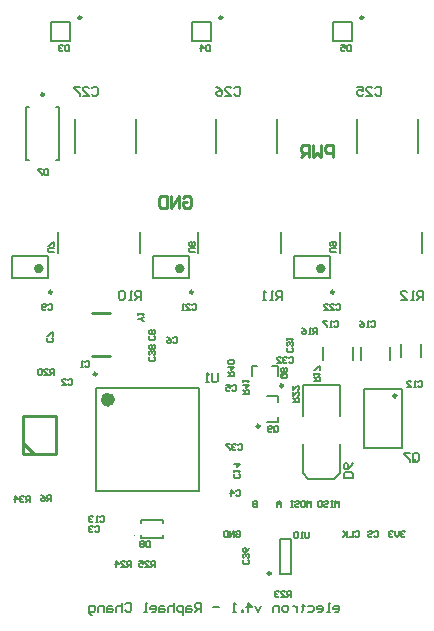
<source format=gbo>
G04 Layer_Color=32896*
%FSAX25Y25*%
%MOIN*%
G70*
G01*
G75*
%ADD40C,0.01000*%
%ADD77C,0.00984*%
%ADD78C,0.00394*%
%ADD79C,0.00787*%
%ADD80C,0.00800*%
%ADD82C,0.00500*%
%ADD136C,0.02362*%
%ADD137C,0.01575*%
D40*
X0558649Y0312750D02*
X0564749D01*
X0558649Y0298250D02*
X0564749D01*
X0535727Y0265671D02*
Y0278269D01*
X0546751Y0265671D02*
Y0278269D01*
X0535727D02*
X0546751D01*
X0535727Y0265671D02*
X0546751D01*
X0535727Y0269214D02*
Y0270002D01*
Y0269214D02*
X0539271Y0265671D01*
X0589033Y0350832D02*
X0589700Y0351499D01*
X0591033D01*
X0591699Y0350832D01*
Y0348166D01*
X0591033Y0347500D01*
X0589700D01*
X0589033Y0348166D01*
Y0349499D01*
X0590366D01*
X0587700Y0347500D02*
Y0351499D01*
X0585035Y0347500D01*
Y0351499D01*
X0583702D02*
Y0347500D01*
X0581702D01*
X0581036Y0348166D01*
Y0350832D01*
X0581702Y0351499D01*
X0583702D01*
X0639199Y0364500D02*
Y0368499D01*
X0637200D01*
X0636533Y0367832D01*
Y0366499D01*
X0637200Y0365833D01*
X0639199D01*
X0635200Y0368499D02*
Y0364500D01*
X0633868Y0365833D01*
X0632535Y0364500D01*
Y0368499D01*
X0631202Y0364500D02*
Y0368499D01*
X0629202D01*
X0628536Y0367832D01*
Y0366499D01*
X0629202Y0365833D01*
X0631202D01*
X0629869D02*
X0628536Y0364500D01*
D77*
X0618278Y0225791D02*
G03*
X0618278Y0225791I-0000492J0000000D01*
G01*
X0560270Y0292252D02*
G03*
X0560270Y0292252I-0000492J0000000D01*
G01*
X0639382Y0319535D02*
G03*
X0639382Y0319535I-0000492J0000000D01*
G01*
X0545382D02*
G03*
X0545382Y0319535I-0000492J0000000D01*
G01*
X0592382D02*
G03*
X0592382Y0319535I-0000492J0000000D01*
G01*
X0555128Y0411067D02*
G03*
X0555128Y0411067I-0000492J0000000D01*
G01*
X0602128D02*
G03*
X0602128Y0411067I-0000492J0000000D01*
G01*
X0649128D02*
G03*
X0649128Y0411067I-0000492J0000000D01*
G01*
X0542691Y0385398D02*
G03*
X0542691Y0385398I-0000492J0000000D01*
G01*
X0622380Y0288347D02*
G03*
X0622380Y0288347I-0000492J0000000D01*
G01*
X0614538Y0274890D02*
G03*
X0614538Y0274890I-0000492J0000000D01*
G01*
X0660142Y0285000D02*
G03*
X0660142Y0285000I-0000492J0000000D01*
G01*
D78*
X0572991Y0238531D02*
G03*
X0572991Y0238531I-0000197J0000000D01*
G01*
D79*
X0621231Y0225594D02*
X0625168D01*
X0621231Y0237405D02*
X0625168D01*
X0621231Y0225594D02*
Y0237405D01*
X0625168Y0225594D02*
Y0237405D01*
X0594325Y0253374D02*
Y0287626D01*
X0560073Y0253374D02*
Y0287626D01*
Y0253374D02*
X0594325D01*
X0560073Y0287626D02*
X0594325D01*
X0625898Y0324260D02*
X0638102D01*
X0625898Y0331740D02*
X0638102D01*
Y0324260D02*
Y0331740D01*
X0625898Y0324260D02*
Y0331740D01*
X0641221Y0332457D02*
Y0339543D01*
X0668780Y0332457D02*
Y0339543D01*
X0594220Y0332457D02*
Y0339543D01*
X0621779Y0332457D02*
Y0339543D01*
X0647160Y0365791D02*
Y0377209D01*
X0667239Y0365791D02*
Y0377209D01*
X0600160Y0365791D02*
Y0377209D01*
X0620238Y0365791D02*
Y0377209D01*
X0531898Y0324260D02*
X0544102D01*
X0531898Y0331740D02*
X0544102D01*
Y0324260D02*
Y0331740D01*
X0531898Y0324260D02*
Y0331740D01*
X0578898Y0324260D02*
X0591102D01*
X0578898Y0331740D02*
X0591102D01*
Y0324260D02*
Y0331740D01*
X0578898Y0324260D02*
Y0331740D01*
X0551270Y0403350D02*
Y0409650D01*
X0545128D02*
X0551270D01*
X0545128Y0403350D02*
X0551270D01*
X0545128D02*
Y0409650D01*
X0598270Y0403350D02*
Y0409650D01*
X0592128D02*
X0598270D01*
X0592128Y0403350D02*
X0598270D01*
X0592128D02*
Y0409650D01*
X0645270Y0403350D02*
Y0409650D01*
X0639128D02*
X0645270D01*
X0639128Y0403350D02*
X0645270D01*
X0639128D02*
Y0409650D01*
X0546825Y0363646D02*
X0547711D01*
X0546825Y0381362D02*
X0547711D01*
X0536687Y0363646D02*
X0537573D01*
X0536687Y0381362D02*
X0537573D01*
X0547711Y0363646D02*
Y0381362D01*
X0536687Y0363646D02*
Y0381362D01*
X0620608Y0291437D02*
Y0294980D01*
X0618738D02*
X0620608D01*
X0611947Y0291437D02*
Y0294980D01*
X0613817D01*
X0617136Y0276169D02*
X0620679D01*
Y0278039D01*
X0617136Y0284831D02*
X0620679D01*
Y0282961D02*
Y0284831D01*
X0661853Y0298035D02*
Y0302366D01*
X0668546Y0298035D02*
Y0302366D01*
X0658120Y0296835D02*
Y0301165D01*
X0648278Y0296835D02*
Y0301165D01*
X0645620Y0296835D02*
Y0301165D01*
X0635778Y0296835D02*
Y0301165D01*
X0661949Y0267657D02*
Y0287343D01*
X0649351Y0267657D02*
Y0287343D01*
X0661949D01*
X0649351Y0267657D02*
X0661949D01*
X0553160Y0365850D02*
Y0377268D01*
X0573239Y0365850D02*
Y0377268D01*
X0582439Y0242469D02*
Y0243453D01*
X0574959Y0242469D02*
Y0243453D01*
X0582439Y0237547D02*
Y0238531D01*
X0574959Y0237547D02*
Y0238531D01*
Y0243453D02*
X0582439D01*
X0574959Y0237547D02*
X0582439D01*
X0629097Y0288461D02*
X0641301D01*
X0639530Y0257358D02*
X0641301Y0259130D01*
X0629097D02*
X0630868Y0257358D01*
X0639530D01*
X0641301Y0278224D02*
Y0288461D01*
X0629097Y0278224D02*
Y0288461D01*
Y0259130D02*
Y0268776D01*
X0641301Y0259130D02*
Y0268776D01*
X0574780Y0332457D02*
Y0339543D01*
X0547221Y0332457D02*
Y0339543D01*
D80*
X0639700Y0213000D02*
X0640699D01*
X0641199Y0213500D01*
Y0214499D01*
X0640699Y0214999D01*
X0639700D01*
X0639200Y0214499D01*
Y0214000D01*
X0641199D01*
X0638200Y0213000D02*
X0637200D01*
X0637700D01*
Y0215999D01*
X0638200D01*
X0634201Y0213000D02*
X0635201D01*
X0635701Y0213500D01*
Y0214499D01*
X0635201Y0214999D01*
X0634201D01*
X0633702Y0214499D01*
Y0214000D01*
X0635701D01*
X0630702Y0214999D02*
X0632202D01*
X0632702Y0214499D01*
Y0213500D01*
X0632202Y0213000D01*
X0630702D01*
X0629203Y0215499D02*
Y0214999D01*
X0629703D01*
X0628703D01*
X0629203D01*
Y0213500D01*
X0628703Y0213000D01*
X0627204Y0214999D02*
Y0213000D01*
Y0214000D01*
X0626704Y0214499D01*
X0626204Y0214999D01*
X0625704D01*
X0623705Y0213000D02*
X0622705D01*
X0622205Y0213500D01*
Y0214499D01*
X0622705Y0214999D01*
X0623705D01*
X0624205Y0214499D01*
Y0213500D01*
X0623705Y0213000D01*
X0621206D02*
Y0214999D01*
X0619706D01*
X0619206Y0214499D01*
Y0213000D01*
X0615207Y0214999D02*
X0614208Y0213000D01*
X0613208Y0214999D01*
X0610709Y0213000D02*
Y0215999D01*
X0612209Y0214499D01*
X0610209D01*
X0609209Y0213000D02*
Y0213500D01*
X0608710D01*
Y0213000D01*
X0609209D01*
X0606710D02*
X0605711D01*
X0606210D01*
Y0215999D01*
X0606710Y0215499D01*
X0601212Y0214499D02*
X0599213D01*
X0595214Y0213000D02*
Y0215999D01*
X0593715D01*
X0593215Y0215499D01*
Y0214499D01*
X0593715Y0214000D01*
X0595214D01*
X0594214D02*
X0593215Y0213000D01*
X0591715Y0214999D02*
X0590715D01*
X0590216Y0214499D01*
Y0213000D01*
X0591715D01*
X0592215Y0213500D01*
X0591715Y0214000D01*
X0590216D01*
X0589216Y0212000D02*
Y0214999D01*
X0587716D01*
X0587217Y0214499D01*
Y0213500D01*
X0587716Y0213000D01*
X0589216D01*
X0586217Y0215999D02*
Y0213000D01*
Y0214499D01*
X0585717Y0214999D01*
X0584717D01*
X0584218Y0214499D01*
Y0213000D01*
X0582718Y0214999D02*
X0581718D01*
X0581218Y0214499D01*
Y0213000D01*
X0582718D01*
X0583218Y0213500D01*
X0582718Y0214000D01*
X0581218D01*
X0578719Y0213000D02*
X0579719D01*
X0580219Y0213500D01*
Y0214499D01*
X0579719Y0214999D01*
X0578719D01*
X0578220Y0214499D01*
Y0214000D01*
X0580219D01*
X0577220Y0213000D02*
X0576220D01*
X0576720D01*
Y0215999D01*
X0577220D01*
X0569722Y0215499D02*
X0570222Y0215999D01*
X0571222D01*
X0571722Y0215499D01*
Y0213500D01*
X0571222Y0213000D01*
X0570222D01*
X0569722Y0213500D01*
X0568723Y0215999D02*
Y0213000D01*
Y0214499D01*
X0568223Y0214999D01*
X0567223D01*
X0566723Y0214499D01*
Y0213000D01*
X0565224Y0214999D02*
X0564224D01*
X0563724Y0214499D01*
Y0213000D01*
X0565224D01*
X0565724Y0213500D01*
X0565224Y0214000D01*
X0563724D01*
X0562724Y0213000D02*
Y0214999D01*
X0561225D01*
X0560725Y0214499D01*
Y0213000D01*
X0558726Y0212000D02*
X0558226D01*
X0557726Y0212500D01*
Y0214999D01*
X0559226D01*
X0559726Y0214499D01*
Y0213500D01*
X0559226Y0213000D01*
X0557726D01*
D82*
X0600699Y0292499D02*
Y0290000D01*
X0600199Y0289500D01*
X0599200D01*
X0598700Y0290000D01*
Y0292499D01*
X0597700Y0289500D02*
X0596700D01*
X0597200D01*
Y0292499D01*
X0597700Y0291999D01*
X0625199Y0218000D02*
Y0219999D01*
X0624199D01*
X0623866Y0219666D01*
Y0219000D01*
X0624199Y0218666D01*
X0625199D01*
X0624533D02*
X0623866Y0218000D01*
X0621867D02*
X0623200D01*
X0621867Y0219333D01*
Y0219666D01*
X0622200Y0219999D01*
X0622866D01*
X0623200Y0219666D01*
X0621200D02*
X0620867Y0219999D01*
X0620201D01*
X0619868Y0219666D01*
Y0219333D01*
X0620201Y0219000D01*
X0620534D01*
X0620201D01*
X0619868Y0218666D01*
Y0218333D01*
X0620201Y0218000D01*
X0620867D01*
X0621200Y0218333D01*
X0576198Y0310000D02*
X0575865D01*
X0575199Y0310666D01*
X0575865Y0311333D01*
X0576198D01*
X0575199Y0310666D02*
X0574199D01*
Y0311999D02*
Y0312666D01*
Y0312333D01*
X0576198D01*
X0575865Y0311999D01*
X0631199Y0239499D02*
Y0237833D01*
X0630866Y0237500D01*
X0630199D01*
X0629866Y0237833D01*
Y0239499D01*
X0629200Y0237500D02*
X0628533D01*
X0628866D01*
Y0239499D01*
X0629200Y0239166D01*
X0627534D02*
X0627200Y0239499D01*
X0626534D01*
X0626201Y0239166D01*
Y0237833D01*
X0626534Y0237500D01*
X0627200D01*
X0627534Y0237833D01*
Y0239166D01*
X0640199Y0333000D02*
X0638532D01*
X0638199Y0333333D01*
Y0334000D01*
X0638532Y0334333D01*
X0640199D01*
X0638532Y0334999D02*
X0638199Y0335333D01*
Y0335999D01*
X0638532Y0336332D01*
X0639865D01*
X0640199Y0335999D01*
Y0335333D01*
X0639865Y0334999D01*
X0639532D01*
X0639199Y0335333D01*
Y0336332D01*
X0640065Y0315166D02*
X0640399Y0315499D01*
X0641065D01*
X0641398Y0315166D01*
Y0313833D01*
X0641065Y0313500D01*
X0640399D01*
X0640065Y0313833D01*
X0638066Y0313500D02*
X0639399D01*
X0638066Y0314833D01*
Y0315166D01*
X0638399Y0315499D01*
X0639066D01*
X0639399Y0315166D01*
X0636067Y0313500D02*
X0637399D01*
X0636067Y0314833D01*
Y0315166D01*
X0636400Y0315499D01*
X0637066D01*
X0637399Y0315166D01*
X0592065D02*
X0592399Y0315499D01*
X0593065D01*
X0593398Y0315166D01*
Y0313833D01*
X0593065Y0313500D01*
X0592399D01*
X0592065Y0313833D01*
X0590066Y0313500D02*
X0591399D01*
X0590066Y0314833D01*
Y0315166D01*
X0590399Y0315499D01*
X0591066D01*
X0591399Y0315166D01*
X0589399Y0313500D02*
X0588733D01*
X0589066D01*
Y0315499D01*
X0589399Y0315166D01*
X0607865Y0258833D02*
X0608198Y0258500D01*
Y0257833D01*
X0607865Y0257500D01*
X0606532D01*
X0606199Y0257833D01*
Y0258500D01*
X0606532Y0258833D01*
X0606199Y0259499D02*
Y0260166D01*
Y0259833D01*
X0608198D01*
X0607865Y0259499D01*
X0606199Y0262165D02*
X0608198D01*
X0607199Y0261165D01*
Y0262498D01*
X0561366Y0244666D02*
X0561699Y0244999D01*
X0562366D01*
X0562699Y0244666D01*
Y0243333D01*
X0562366Y0243000D01*
X0561699D01*
X0561366Y0243333D01*
X0560700Y0243000D02*
X0560033D01*
X0560366D01*
Y0244999D01*
X0560700Y0244666D01*
X0559034D02*
X0558700Y0244999D01*
X0558034D01*
X0557701Y0244666D01*
Y0244333D01*
X0558034Y0244000D01*
X0558367D01*
X0558034D01*
X0557701Y0243666D01*
Y0243333D01*
X0558034Y0243000D01*
X0558700D01*
X0559034Y0243333D01*
X0669199Y0317000D02*
Y0319999D01*
X0667700D01*
X0667200Y0319499D01*
Y0318499D01*
X0667700Y0318000D01*
X0669199D01*
X0668199D02*
X0667200Y0317000D01*
X0666200D02*
X0665200D01*
X0665700D01*
Y0319999D01*
X0666200Y0319499D01*
X0661702Y0317000D02*
X0663701D01*
X0661702Y0318999D01*
Y0319499D01*
X0662201Y0319999D01*
X0663201D01*
X0663701Y0319499D01*
X0622199Y0317000D02*
Y0319999D01*
X0620700D01*
X0620200Y0319499D01*
Y0318499D01*
X0620700Y0318000D01*
X0622199D01*
X0621199D02*
X0620200Y0317000D01*
X0619200D02*
X0618200D01*
X0618700D01*
Y0319999D01*
X0619200Y0319499D01*
X0616701Y0317000D02*
X0615701D01*
X0616201D01*
Y0319999D01*
X0616701Y0319499D01*
X0544065Y0315166D02*
X0544399Y0315499D01*
X0545065D01*
X0545398Y0315166D01*
Y0313833D01*
X0545065Y0313500D01*
X0544399D01*
X0544065Y0313833D01*
X0543399D02*
X0543066Y0313500D01*
X0542399D01*
X0542066Y0313833D01*
Y0315166D01*
X0542399Y0315499D01*
X0543066D01*
X0543399Y0315166D01*
Y0314833D01*
X0543066Y0314500D01*
X0542066D01*
X0545365Y0304333D02*
X0545698Y0304000D01*
Y0303333D01*
X0545365Y0303000D01*
X0544032D01*
X0543699Y0303333D01*
Y0304000D01*
X0544032Y0304333D01*
X0545698Y0304999D02*
Y0306332D01*
X0545365D01*
X0544032Y0304999D01*
X0543699D01*
X0579365Y0304833D02*
X0579699Y0304500D01*
Y0303833D01*
X0579365Y0303500D01*
X0578032D01*
X0577699Y0303833D01*
Y0304500D01*
X0578032Y0304833D01*
X0579365Y0305499D02*
X0579699Y0305833D01*
Y0306499D01*
X0579365Y0306832D01*
X0579032D01*
X0578699Y0306499D01*
X0578366Y0306832D01*
X0578032D01*
X0577699Y0306499D01*
Y0305833D01*
X0578032Y0305499D01*
X0578366D01*
X0578699Y0305833D01*
X0579032Y0305499D01*
X0579365D01*
X0578699Y0305833D02*
Y0306499D01*
X0556366Y0296166D02*
X0556699Y0296499D01*
X0557366D01*
X0557699Y0296166D01*
Y0294833D01*
X0557366Y0294500D01*
X0556699D01*
X0556366Y0294833D01*
X0555700Y0294500D02*
X0555033D01*
X0555367D01*
Y0296499D01*
X0555700Y0296166D01*
X0550866Y0290166D02*
X0551199Y0290499D01*
X0551866D01*
X0552199Y0290166D01*
Y0288833D01*
X0551866Y0288500D01*
X0551199D01*
X0550866Y0288833D01*
X0548867Y0288500D02*
X0550200D01*
X0548867Y0289833D01*
Y0290166D01*
X0549200Y0290499D01*
X0549866D01*
X0550200Y0290166D01*
X0559866Y0241166D02*
X0560199Y0241499D01*
X0560866D01*
X0561199Y0241166D01*
Y0239833D01*
X0560866Y0239500D01*
X0560199D01*
X0559866Y0239833D01*
X0559200Y0241166D02*
X0558867Y0241499D01*
X0558200D01*
X0557867Y0241166D01*
Y0240833D01*
X0558200Y0240500D01*
X0558533D01*
X0558200D01*
X0557867Y0240166D01*
Y0239833D01*
X0558200Y0239500D01*
X0558867D01*
X0559200Y0239833D01*
X0606866Y0253166D02*
X0607199Y0253499D01*
X0607866D01*
X0608199Y0253166D01*
Y0251833D01*
X0607866Y0251500D01*
X0607199D01*
X0606866Y0251833D01*
X0605200Y0251500D02*
Y0253499D01*
X0606200Y0252500D01*
X0604867D01*
X0605366Y0288166D02*
X0605699Y0288499D01*
X0606366D01*
X0606699Y0288166D01*
Y0286833D01*
X0606366Y0286500D01*
X0605699D01*
X0605366Y0286833D01*
X0603367Y0288499D02*
X0604700D01*
Y0287500D01*
X0604033Y0287833D01*
X0603700D01*
X0603367Y0287500D01*
Y0286833D01*
X0603700Y0286500D01*
X0604366D01*
X0604700Y0286833D01*
X0653200Y0387499D02*
X0653700Y0387999D01*
X0654699D01*
X0655199Y0387499D01*
Y0385500D01*
X0654699Y0385000D01*
X0653700D01*
X0653200Y0385500D01*
X0650201Y0385000D02*
X0652200D01*
X0650201Y0386999D01*
Y0387499D01*
X0650701Y0387999D01*
X0651700D01*
X0652200Y0387499D01*
X0647202Y0387999D02*
X0649201D01*
Y0386500D01*
X0648201Y0386999D01*
X0647702D01*
X0647202Y0386500D01*
Y0385500D01*
X0647702Y0385000D01*
X0648701D01*
X0649201Y0385500D01*
X0606200Y0387499D02*
X0606700Y0387999D01*
X0607699D01*
X0608199Y0387499D01*
Y0385500D01*
X0607699Y0385000D01*
X0606700D01*
X0606200Y0385500D01*
X0603201Y0385000D02*
X0605200D01*
X0603201Y0386999D01*
Y0387499D01*
X0603701Y0387999D01*
X0604700D01*
X0605200Y0387499D01*
X0600202Y0387999D02*
X0601201Y0387499D01*
X0602201Y0386500D01*
Y0385500D01*
X0601701Y0385000D01*
X0600702D01*
X0600202Y0385500D01*
Y0386000D01*
X0600702Y0386500D01*
X0602201D01*
X0546199Y0333000D02*
X0544532D01*
X0544199Y0333333D01*
Y0334000D01*
X0544532Y0334333D01*
X0546199D01*
Y0334999D02*
Y0336332D01*
X0545865D01*
X0544532Y0334999D01*
X0544199D01*
X0593198Y0333000D02*
X0591532D01*
X0591199Y0333333D01*
Y0334000D01*
X0591532Y0334333D01*
X0593198D01*
X0592865Y0334999D02*
X0593198Y0335333D01*
Y0335999D01*
X0592865Y0336332D01*
X0592532D01*
X0592199Y0335999D01*
X0591866Y0336332D01*
X0591532D01*
X0591199Y0335999D01*
Y0335333D01*
X0591532Y0334999D01*
X0591866D01*
X0592199Y0335333D01*
X0592532Y0334999D01*
X0592865D01*
X0592199Y0335333D02*
Y0335999D01*
X0610865Y0230333D02*
X0611199Y0230000D01*
Y0229333D01*
X0610865Y0229000D01*
X0609532D01*
X0609199Y0229333D01*
Y0230000D01*
X0609532Y0230333D01*
X0610865Y0230999D02*
X0611199Y0231333D01*
Y0231999D01*
X0610865Y0232332D01*
X0610532D01*
X0610199Y0231999D01*
Y0231666D01*
Y0231999D01*
X0609866Y0232332D01*
X0609532D01*
X0609199Y0231999D01*
Y0231333D01*
X0609532Y0230999D01*
X0611199Y0234332D02*
X0610865Y0233665D01*
X0610199Y0232999D01*
X0609532D01*
X0609199Y0233332D01*
Y0233998D01*
X0609532Y0234332D01*
X0609866D01*
X0610199Y0233998D01*
Y0232999D01*
X0551199Y0401999D02*
Y0400000D01*
X0550199D01*
X0549866Y0400333D01*
Y0401666D01*
X0550199Y0401999D01*
X0551199D01*
X0549200Y0401666D02*
X0548867Y0401999D01*
X0548200D01*
X0547867Y0401666D01*
Y0401333D01*
X0548200Y0401000D01*
X0548533D01*
X0548200D01*
X0547867Y0400666D01*
Y0400333D01*
X0548200Y0400000D01*
X0548867D01*
X0549200Y0400333D01*
X0598199Y0401999D02*
Y0400000D01*
X0597199D01*
X0596866Y0400333D01*
Y0401666D01*
X0597199Y0401999D01*
X0598199D01*
X0595200Y0400000D02*
Y0401999D01*
X0596200Y0401000D01*
X0594867D01*
X0645199Y0401999D02*
Y0400000D01*
X0644199D01*
X0643866Y0400333D01*
Y0401666D01*
X0644199Y0401999D01*
X0645199D01*
X0641867D02*
X0643200D01*
Y0401000D01*
X0642533Y0401333D01*
X0642200D01*
X0641867Y0401000D01*
Y0400333D01*
X0642200Y0400000D01*
X0642867D01*
X0643200Y0400333D01*
X0544199Y0360499D02*
Y0358500D01*
X0543199D01*
X0542866Y0358833D01*
Y0360166D01*
X0543199Y0360499D01*
X0544199D01*
X0542200D02*
X0540867D01*
Y0360166D01*
X0542200Y0358833D01*
Y0358500D01*
X0607366Y0268666D02*
X0607699Y0268999D01*
X0608366D01*
X0608699Y0268666D01*
Y0267333D01*
X0608366Y0267000D01*
X0607699D01*
X0607366Y0267333D01*
X0606700Y0268666D02*
X0606366Y0268999D01*
X0605700D01*
X0605367Y0268666D01*
Y0268333D01*
X0605700Y0268000D01*
X0606033D01*
X0605700D01*
X0605367Y0267666D01*
Y0267333D01*
X0605700Y0267000D01*
X0606366D01*
X0606700Y0267333D01*
X0604700Y0268999D02*
X0603368D01*
Y0268666D01*
X0604700Y0267333D01*
Y0267000D01*
X0622032Y0292333D02*
X0623365D01*
X0623699Y0292000D01*
Y0291333D01*
X0623365Y0291000D01*
X0622032D01*
X0621699Y0291333D01*
Y0292000D01*
X0622366Y0291666D02*
X0621699Y0292333D01*
Y0292000D02*
X0622032Y0292333D01*
X0623365Y0292999D02*
X0623699Y0293333D01*
Y0293999D01*
X0623365Y0294332D01*
X0623032D01*
X0622699Y0293999D01*
X0622366Y0294332D01*
X0622032D01*
X0621699Y0293999D01*
Y0293333D01*
X0622032Y0292999D01*
X0622366D01*
X0622699Y0293333D01*
X0623032Y0292999D01*
X0623365D01*
X0622699Y0293333D02*
Y0293999D01*
X0619366Y0273333D02*
Y0274666D01*
X0619699Y0274999D01*
X0620366D01*
X0620699Y0274666D01*
Y0273333D01*
X0620366Y0273000D01*
X0619699D01*
X0620033Y0273666D02*
X0619366Y0273000D01*
X0619699D02*
X0619366Y0273333D01*
X0618700D02*
X0618366Y0273000D01*
X0617700D01*
X0617367Y0273333D01*
Y0274666D01*
X0617700Y0274999D01*
X0618366D01*
X0618700Y0274666D01*
Y0274333D01*
X0618366Y0274000D01*
X0617367D01*
X0604199Y0291500D02*
X0606199D01*
Y0292500D01*
X0605865Y0292833D01*
X0605199D01*
X0604866Y0292500D01*
Y0291500D01*
Y0292166D02*
X0604199Y0292833D01*
Y0294499D02*
X0606199D01*
X0605199Y0293499D01*
Y0294832D01*
X0605865Y0295499D02*
X0606199Y0295832D01*
Y0296498D01*
X0605865Y0296832D01*
X0604532D01*
X0604199Y0296498D01*
Y0295832D01*
X0604532Y0295499D01*
X0605865D01*
X0609199Y0285500D02*
X0611199D01*
Y0286500D01*
X0610865Y0286833D01*
X0610199D01*
X0609866Y0286500D01*
Y0285500D01*
Y0286166D02*
X0609199Y0286833D01*
Y0288499D02*
X0611199D01*
X0610199Y0287499D01*
Y0288832D01*
X0609199Y0289499D02*
Y0290165D01*
Y0289832D01*
X0611199D01*
X0610865Y0289499D01*
X0625699Y0283000D02*
X0627699D01*
Y0284000D01*
X0627365Y0284333D01*
X0626699D01*
X0626366Y0284000D01*
Y0283000D01*
Y0283666D02*
X0625699Y0284333D01*
Y0286332D02*
Y0284999D01*
X0627032Y0286332D01*
X0627365D01*
X0627699Y0285999D01*
Y0285333D01*
X0627365Y0284999D01*
X0625699Y0288332D02*
Y0286999D01*
X0627032Y0288332D01*
X0627365D01*
X0627699Y0287998D01*
Y0287332D01*
X0627365Y0286999D01*
X0624366Y0297666D02*
X0624699Y0297999D01*
X0625366D01*
X0625699Y0297666D01*
Y0296333D01*
X0625366Y0296000D01*
X0624699D01*
X0624366Y0296333D01*
X0623700Y0297666D02*
X0623366Y0297999D01*
X0622700D01*
X0622367Y0297666D01*
Y0297333D01*
X0622700Y0297000D01*
X0623033D01*
X0622700D01*
X0622367Y0296666D01*
Y0296333D01*
X0622700Y0296000D01*
X0623366D01*
X0623700Y0296333D01*
X0620367Y0296000D02*
X0621700D01*
X0620367Y0297333D01*
Y0297666D01*
X0620701Y0297999D01*
X0621367D01*
X0621700Y0297666D01*
X0625365Y0300833D02*
X0625699Y0300500D01*
Y0299833D01*
X0625365Y0299500D01*
X0624032D01*
X0623699Y0299833D01*
Y0300500D01*
X0624032Y0300833D01*
X0625365Y0301499D02*
X0625699Y0301833D01*
Y0302499D01*
X0625365Y0302832D01*
X0625032D01*
X0624699Y0302499D01*
Y0302166D01*
Y0302499D01*
X0624366Y0302832D01*
X0624032D01*
X0623699Y0302499D01*
Y0301833D01*
X0624032Y0301499D01*
X0623699Y0303499D02*
Y0304165D01*
Y0303832D01*
X0625699D01*
X0625365Y0303499D01*
X0667366Y0289566D02*
X0667699Y0289899D01*
X0668366D01*
X0668699Y0289566D01*
Y0288233D01*
X0668366Y0287900D01*
X0667699D01*
X0667366Y0288233D01*
X0666700Y0287900D02*
X0666033D01*
X0666366D01*
Y0289899D01*
X0666700Y0289566D01*
X0663701Y0287900D02*
X0665034D01*
X0663701Y0289233D01*
Y0289566D01*
X0664034Y0289899D01*
X0664700D01*
X0665034Y0289566D01*
X0651866Y0309666D02*
X0652199Y0309999D01*
X0652866D01*
X0653199Y0309666D01*
Y0308333D01*
X0652866Y0308000D01*
X0652199D01*
X0651866Y0308333D01*
X0651200Y0308000D02*
X0650533D01*
X0650867D01*
Y0309999D01*
X0651200Y0309666D01*
X0648201Y0309999D02*
X0648867Y0309666D01*
X0649534Y0309000D01*
Y0308333D01*
X0649200Y0308000D01*
X0648534D01*
X0648201Y0308333D01*
Y0308666D01*
X0648534Y0309000D01*
X0649534D01*
X0639366Y0309666D02*
X0639699Y0309999D01*
X0640366D01*
X0640699Y0309666D01*
Y0308333D01*
X0640366Y0308000D01*
X0639699D01*
X0639366Y0308333D01*
X0638700Y0308000D02*
X0638033D01*
X0638367D01*
Y0309999D01*
X0638700Y0309666D01*
X0637034Y0309999D02*
X0635701D01*
Y0309666D01*
X0637034Y0308333D01*
Y0308000D01*
X0633699Y0305500D02*
Y0307499D01*
X0632699D01*
X0632366Y0307166D01*
Y0306500D01*
X0632699Y0306166D01*
X0633699D01*
X0633033D02*
X0632366Y0305500D01*
X0631700D02*
X0631033D01*
X0631366D01*
Y0307499D01*
X0631700Y0307166D01*
X0628701Y0307499D02*
X0629367Y0307166D01*
X0630034Y0306500D01*
Y0305833D01*
X0629700Y0305500D01*
X0629034D01*
X0628701Y0305833D01*
Y0306166D01*
X0629034Y0306500D01*
X0630034D01*
X0632699Y0290000D02*
X0634698D01*
Y0291000D01*
X0634365Y0291333D01*
X0633699D01*
X0633366Y0291000D01*
Y0290000D01*
Y0290666D02*
X0632699Y0291333D01*
Y0291999D02*
Y0292666D01*
Y0292333D01*
X0634698D01*
X0634365Y0291999D01*
X0634698Y0293666D02*
Y0294998D01*
X0634365D01*
X0633032Y0293666D01*
X0632699D01*
X0665700Y0263500D02*
Y0265499D01*
X0666200Y0265999D01*
X0667199D01*
X0667699Y0265499D01*
Y0263500D01*
X0667199Y0263000D01*
X0666200D01*
X0666699Y0264000D02*
X0665700Y0263000D01*
X0666200D02*
X0665700Y0263500D01*
X0664700Y0265999D02*
X0662701D01*
Y0265499D01*
X0664700Y0263500D01*
Y0263000D01*
X0558700Y0387499D02*
X0559200Y0387999D01*
X0560199D01*
X0560699Y0387499D01*
Y0385500D01*
X0560199Y0385000D01*
X0559200D01*
X0558700Y0385500D01*
X0555701Y0385000D02*
X0557700D01*
X0555701Y0386999D01*
Y0387499D01*
X0556201Y0387999D01*
X0557200D01*
X0557700Y0387499D01*
X0554701Y0387999D02*
X0552702D01*
Y0387499D01*
X0554701Y0385500D01*
Y0385000D01*
X0579699Y0228000D02*
Y0229999D01*
X0578699D01*
X0578366Y0229666D01*
Y0229000D01*
X0578699Y0228666D01*
X0579699D01*
X0579033D02*
X0578366Y0228000D01*
X0576367D02*
X0577700D01*
X0576367Y0229333D01*
Y0229666D01*
X0576700Y0229999D01*
X0577366D01*
X0577700Y0229666D01*
X0574368Y0229999D02*
X0575700D01*
Y0229000D01*
X0575034Y0229333D01*
X0574701D01*
X0574368Y0229000D01*
Y0228333D01*
X0574701Y0228000D01*
X0575367D01*
X0575700Y0228333D01*
X0571699Y0228000D02*
Y0229999D01*
X0570699D01*
X0570366Y0229666D01*
Y0229000D01*
X0570699Y0228666D01*
X0571699D01*
X0571033D02*
X0570366Y0228000D01*
X0568367D02*
X0569700D01*
X0568367Y0229333D01*
Y0229666D01*
X0568700Y0229999D01*
X0569367D01*
X0569700Y0229666D01*
X0566701Y0228000D02*
Y0229999D01*
X0567700Y0229000D01*
X0566367D01*
X0579365Y0297833D02*
X0579699Y0297500D01*
Y0296833D01*
X0579365Y0296500D01*
X0578032D01*
X0577699Y0296833D01*
Y0297500D01*
X0578032Y0297833D01*
X0579365Y0298499D02*
X0579699Y0298833D01*
Y0299499D01*
X0579365Y0299832D01*
X0579032D01*
X0578699Y0299499D01*
Y0299166D01*
Y0299499D01*
X0578366Y0299832D01*
X0578032D01*
X0577699Y0299499D01*
Y0298833D01*
X0578032Y0298499D01*
X0579365Y0300499D02*
X0579699Y0300832D01*
Y0301498D01*
X0579365Y0301832D01*
X0579032D01*
X0578699Y0301498D01*
X0578366Y0301832D01*
X0578032D01*
X0577699Y0301498D01*
Y0300832D01*
X0578032Y0300499D01*
X0578366D01*
X0578699Y0300832D01*
X0579032Y0300499D01*
X0579365D01*
X0578699Y0300832D02*
Y0301498D01*
X0578199Y0236499D02*
Y0234500D01*
X0577199D01*
X0576866Y0234833D01*
Y0236166D01*
X0577199Y0236499D01*
X0578199D01*
X0576200Y0236166D02*
X0575867Y0236499D01*
X0575200D01*
X0574867Y0236166D01*
Y0235833D01*
X0575200Y0235500D01*
X0574867Y0235166D01*
Y0234833D01*
X0575200Y0234500D01*
X0575867D01*
X0576200Y0234833D01*
Y0235166D01*
X0575867Y0235500D01*
X0576200Y0235833D01*
Y0236166D01*
X0575867Y0235500D02*
X0575200D01*
X0645698Y0257500D02*
X0642699D01*
Y0258999D01*
X0643199Y0259499D01*
X0645198D01*
X0645698Y0258999D01*
Y0257500D01*
Y0262498D02*
X0645198Y0261499D01*
X0644199Y0260499D01*
X0643199D01*
X0642699Y0260999D01*
Y0261999D01*
X0643199Y0262498D01*
X0643699D01*
X0644199Y0261999D01*
Y0260499D01*
X0585866Y0304166D02*
X0586199Y0304499D01*
X0586866D01*
X0587199Y0304166D01*
Y0302833D01*
X0586866Y0302500D01*
X0586199D01*
X0585866Y0302833D01*
X0583867Y0304499D02*
X0584533Y0304166D01*
X0585200Y0303500D01*
Y0302833D01*
X0584867Y0302500D01*
X0584200D01*
X0583867Y0302833D01*
Y0303166D01*
X0584200Y0303500D01*
X0585200D01*
X0575199Y0317000D02*
Y0319999D01*
X0573700D01*
X0573200Y0319499D01*
Y0318499D01*
X0573700Y0318000D01*
X0575199D01*
X0574199D02*
X0573200Y0317000D01*
X0572200D02*
X0571200D01*
X0571700D01*
Y0319999D01*
X0572200Y0319499D01*
X0569701D02*
X0569201Y0319999D01*
X0568201D01*
X0567702Y0319499D01*
Y0317500D01*
X0568201Y0317000D01*
X0569201D01*
X0569701Y0317500D01*
Y0319499D01*
X0545199Y0250000D02*
Y0251999D01*
X0544199D01*
X0543866Y0251666D01*
Y0251000D01*
X0544199Y0250666D01*
X0545199D01*
X0544533D02*
X0543866Y0250000D01*
X0541867Y0251999D02*
X0542533Y0251666D01*
X0543200Y0251000D01*
Y0250333D01*
X0542867Y0250000D01*
X0542200D01*
X0541867Y0250333D01*
Y0250666D01*
X0542200Y0251000D01*
X0543200D01*
X0546199Y0292000D02*
Y0293999D01*
X0545199D01*
X0544866Y0293666D01*
Y0293000D01*
X0545199Y0292666D01*
X0546199D01*
X0545533D02*
X0544866Y0292000D01*
X0542867D02*
X0544200D01*
X0542867Y0293333D01*
Y0293666D01*
X0543200Y0293999D01*
X0543866D01*
X0544200Y0293666D01*
X0542200D02*
X0541867Y0293999D01*
X0541201D01*
X0540868Y0293666D01*
Y0292333D01*
X0541201Y0292000D01*
X0541867D01*
X0542200Y0292333D01*
Y0293666D01*
X0538199Y0249728D02*
Y0251728D01*
X0537199D01*
X0536866Y0251395D01*
Y0250728D01*
X0537199Y0250395D01*
X0538199D01*
X0537533D02*
X0536866Y0249728D01*
X0536200Y0251395D02*
X0535866Y0251728D01*
X0535200D01*
X0534867Y0251395D01*
Y0251061D01*
X0535200Y0250728D01*
X0535533D01*
X0535200D01*
X0534867Y0250395D01*
Y0250062D01*
X0535200Y0249728D01*
X0535866D01*
X0536200Y0250062D01*
X0533201Y0249728D02*
Y0251728D01*
X0534200Y0250728D01*
X0532867D01*
X0606866Y0239666D02*
X0607199Y0239999D01*
X0607866D01*
X0608199Y0239666D01*
Y0238333D01*
X0607866Y0238000D01*
X0607199D01*
X0606866Y0238333D01*
Y0239000D01*
X0607533D01*
X0606200Y0238000D02*
Y0239999D01*
X0604867Y0238000D01*
Y0239999D01*
X0604200D02*
Y0238000D01*
X0603201D01*
X0602868Y0238333D01*
Y0239666D01*
X0603201Y0239999D01*
X0604200D01*
X0613699Y0249999D02*
Y0248000D01*
X0612699D01*
X0612366Y0248333D01*
Y0248666D01*
X0612699Y0249000D01*
X0613699D01*
X0612699D01*
X0612366Y0249333D01*
Y0249666D01*
X0612699Y0249999D01*
X0613699D01*
X0621699Y0248000D02*
Y0249333D01*
X0621033Y0249999D01*
X0620366Y0249333D01*
Y0248000D01*
Y0249000D01*
X0621699D01*
X0631699Y0248000D02*
Y0249999D01*
X0631033Y0249333D01*
X0630366Y0249999D01*
Y0248000D01*
X0628700Y0249999D02*
X0629366D01*
X0629700Y0249666D01*
Y0248333D01*
X0629366Y0248000D01*
X0628700D01*
X0628367Y0248333D01*
Y0249666D01*
X0628700Y0249999D01*
X0626368Y0249666D02*
X0626701Y0249999D01*
X0627367D01*
X0627700Y0249666D01*
Y0249333D01*
X0627367Y0249000D01*
X0626701D01*
X0626368Y0248666D01*
Y0248333D01*
X0626701Y0248000D01*
X0627367D01*
X0627700Y0248333D01*
X0625701Y0249999D02*
X0625035D01*
X0625368D01*
Y0248000D01*
X0625701D01*
X0625035D01*
X0641199D02*
Y0249999D01*
X0640533Y0249333D01*
X0639866Y0249999D01*
Y0248000D01*
X0639200Y0249999D02*
X0638533D01*
X0638867D01*
Y0248000D01*
X0639200D01*
X0638533D01*
X0636201Y0249666D02*
X0636534Y0249999D01*
X0637200D01*
X0637534Y0249666D01*
Y0249333D01*
X0637200Y0249000D01*
X0636534D01*
X0636201Y0248666D01*
Y0248333D01*
X0636534Y0248000D01*
X0637200D01*
X0637534Y0248333D01*
X0634535Y0249999D02*
X0635201D01*
X0635534Y0249666D01*
Y0248333D01*
X0635201Y0248000D01*
X0634535D01*
X0634201Y0248333D01*
Y0249666D01*
X0634535Y0249999D01*
X0646366Y0239666D02*
X0646699Y0239999D01*
X0647366D01*
X0647699Y0239666D01*
Y0238333D01*
X0647366Y0238000D01*
X0646699D01*
X0646366Y0238333D01*
X0645700Y0239999D02*
Y0238000D01*
X0644367D01*
X0643700Y0239999D02*
Y0238000D01*
Y0238666D01*
X0642368Y0239999D01*
X0643367Y0239000D01*
X0642368Y0238000D01*
X0652866Y0239666D02*
X0653199Y0239999D01*
X0653866D01*
X0654199Y0239666D01*
Y0238333D01*
X0653866Y0238000D01*
X0653199D01*
X0652866Y0238333D01*
X0650867Y0239666D02*
X0651200Y0239999D01*
X0651866D01*
X0652200Y0239666D01*
Y0239333D01*
X0651866Y0239000D01*
X0651200D01*
X0650867Y0238666D01*
Y0238333D01*
X0651200Y0238000D01*
X0651866D01*
X0652200Y0238333D01*
X0663199Y0239666D02*
X0662866Y0239999D01*
X0662199D01*
X0661866Y0239666D01*
Y0239333D01*
X0662199Y0239000D01*
X0662533D01*
X0662199D01*
X0661866Y0238666D01*
Y0238333D01*
X0662199Y0238000D01*
X0662866D01*
X0663199Y0238333D01*
X0661200Y0239999D02*
Y0238666D01*
X0660533Y0238000D01*
X0659867Y0238666D01*
Y0239999D01*
X0659200Y0239666D02*
X0658867Y0239999D01*
X0658201D01*
X0657867Y0239666D01*
Y0239333D01*
X0658201Y0239000D01*
X0658534D01*
X0658201D01*
X0657867Y0238666D01*
Y0238333D01*
X0658201Y0238000D01*
X0658867D01*
X0659200Y0238333D01*
D136*
X0565191Y0283689D02*
G03*
X0565191Y0283689I-0001181J0000000D01*
G01*
D137*
X0635740Y0327410D02*
G03*
X0635740Y0327410I-0000787J0000000D01*
G01*
X0541740D02*
G03*
X0541740Y0327410I-0000787J0000000D01*
G01*
X0588740D02*
G03*
X0588740Y0327410I-0000787J0000000D01*
G01*
M02*

</source>
